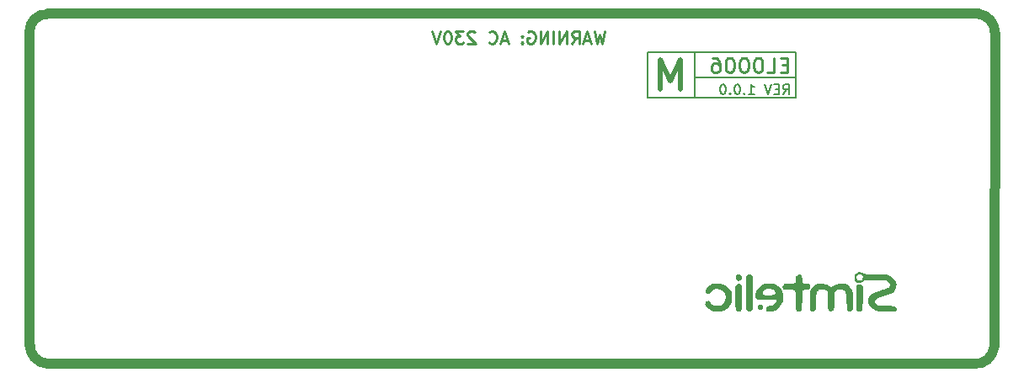
<source format=gbr>
%TF.GenerationSoftware,KiCad,Pcbnew,7.0.7-7.0.7~ubuntu22.04.1*%
%TF.CreationDate,2024-01-12T18:41:48+05:30*%
%TF.ProjectId,electronic-limit-sw,656c6563-7472-46f6-9e69-632d6c696d69,1.0.0*%
%TF.SameCoordinates,Original*%
%TF.FileFunction,Legend,Bot*%
%TF.FilePolarity,Positive*%
%FSLAX46Y46*%
G04 Gerber Fmt 4.6, Leading zero omitted, Abs format (unit mm)*
G04 Created by KiCad (PCBNEW 7.0.7-7.0.7~ubuntu22.04.1) date 2024-01-12 18:41:48*
%MOMM*%
%LPD*%
G01*
G04 APERTURE LIST*
%ADD10C,0.150000*%
%ADD11C,1.000000*%
%ADD12C,0.250000*%
%ADD13C,0.500000*%
G04 APERTURE END LIST*
D10*
X151590000Y-86270000D02*
X151590000Y-81670000D01*
D11*
X89470000Y-111180000D02*
X89470000Y-79790000D01*
X186558320Y-79832905D02*
G75*
G03*
X184858346Y-77832906I-1930820J81305D01*
G01*
X186500000Y-111200000D02*
X186558346Y-79832906D01*
X91350000Y-113030000D02*
X184310000Y-113030000D01*
D10*
X166490000Y-81670000D02*
X166490000Y-86270000D01*
X166490000Y-84270000D02*
X156390000Y-84270000D01*
X151590000Y-81670000D02*
X155290000Y-81670000D01*
X156390000Y-81670000D02*
X156390000Y-86270000D01*
X155290000Y-81670000D02*
X166490000Y-81670000D01*
X166490000Y-86270000D02*
X151590000Y-86270000D01*
D11*
X184467095Y-113058320D02*
G75*
G03*
X186467094Y-111358346I81305J1930820D01*
G01*
X91358346Y-77832906D02*
X184858346Y-77832906D01*
X91329999Y-77850034D02*
G75*
G03*
X89465865Y-79637704I-67899J-1794966D01*
G01*
X89518163Y-111079124D02*
G75*
G03*
X91268099Y-113019121I1845137J-94876D01*
G01*
D10*
X165247142Y-85924819D02*
X165580475Y-85448628D01*
X165818570Y-85924819D02*
X165818570Y-84924819D01*
X165818570Y-84924819D02*
X165437618Y-84924819D01*
X165437618Y-84924819D02*
X165342380Y-84972438D01*
X165342380Y-84972438D02*
X165294761Y-85020057D01*
X165294761Y-85020057D02*
X165247142Y-85115295D01*
X165247142Y-85115295D02*
X165247142Y-85258152D01*
X165247142Y-85258152D02*
X165294761Y-85353390D01*
X165294761Y-85353390D02*
X165342380Y-85401009D01*
X165342380Y-85401009D02*
X165437618Y-85448628D01*
X165437618Y-85448628D02*
X165818570Y-85448628D01*
X164818570Y-85401009D02*
X164485237Y-85401009D01*
X164342380Y-85924819D02*
X164818570Y-85924819D01*
X164818570Y-85924819D02*
X164818570Y-84924819D01*
X164818570Y-84924819D02*
X164342380Y-84924819D01*
X164056665Y-84924819D02*
X163723332Y-85924819D01*
X163723332Y-85924819D02*
X163389999Y-84924819D01*
X161770951Y-85924819D02*
X162342379Y-85924819D01*
X162056665Y-85924819D02*
X162056665Y-84924819D01*
X162056665Y-84924819D02*
X162151903Y-85067676D01*
X162151903Y-85067676D02*
X162247141Y-85162914D01*
X162247141Y-85162914D02*
X162342379Y-85210533D01*
X161342379Y-85829580D02*
X161294760Y-85877200D01*
X161294760Y-85877200D02*
X161342379Y-85924819D01*
X161342379Y-85924819D02*
X161389998Y-85877200D01*
X161389998Y-85877200D02*
X161342379Y-85829580D01*
X161342379Y-85829580D02*
X161342379Y-85924819D01*
X160675713Y-84924819D02*
X160580475Y-84924819D01*
X160580475Y-84924819D02*
X160485237Y-84972438D01*
X160485237Y-84972438D02*
X160437618Y-85020057D01*
X160437618Y-85020057D02*
X160389999Y-85115295D01*
X160389999Y-85115295D02*
X160342380Y-85305771D01*
X160342380Y-85305771D02*
X160342380Y-85543866D01*
X160342380Y-85543866D02*
X160389999Y-85734342D01*
X160389999Y-85734342D02*
X160437618Y-85829580D01*
X160437618Y-85829580D02*
X160485237Y-85877200D01*
X160485237Y-85877200D02*
X160580475Y-85924819D01*
X160580475Y-85924819D02*
X160675713Y-85924819D01*
X160675713Y-85924819D02*
X160770951Y-85877200D01*
X160770951Y-85877200D02*
X160818570Y-85829580D01*
X160818570Y-85829580D02*
X160866189Y-85734342D01*
X160866189Y-85734342D02*
X160913808Y-85543866D01*
X160913808Y-85543866D02*
X160913808Y-85305771D01*
X160913808Y-85305771D02*
X160866189Y-85115295D01*
X160866189Y-85115295D02*
X160818570Y-85020057D01*
X160818570Y-85020057D02*
X160770951Y-84972438D01*
X160770951Y-84972438D02*
X160675713Y-84924819D01*
X159913808Y-85829580D02*
X159866189Y-85877200D01*
X159866189Y-85877200D02*
X159913808Y-85924819D01*
X159913808Y-85924819D02*
X159961427Y-85877200D01*
X159961427Y-85877200D02*
X159913808Y-85829580D01*
X159913808Y-85829580D02*
X159913808Y-85924819D01*
X159247142Y-84924819D02*
X159151904Y-84924819D01*
X159151904Y-84924819D02*
X159056666Y-84972438D01*
X159056666Y-84972438D02*
X159009047Y-85020057D01*
X159009047Y-85020057D02*
X158961428Y-85115295D01*
X158961428Y-85115295D02*
X158913809Y-85305771D01*
X158913809Y-85305771D02*
X158913809Y-85543866D01*
X158913809Y-85543866D02*
X158961428Y-85734342D01*
X158961428Y-85734342D02*
X159009047Y-85829580D01*
X159009047Y-85829580D02*
X159056666Y-85877200D01*
X159056666Y-85877200D02*
X159151904Y-85924819D01*
X159151904Y-85924819D02*
X159247142Y-85924819D01*
X159247142Y-85924819D02*
X159342380Y-85877200D01*
X159342380Y-85877200D02*
X159389999Y-85829580D01*
X159389999Y-85829580D02*
X159437618Y-85734342D01*
X159437618Y-85734342D02*
X159485237Y-85543866D01*
X159485237Y-85543866D02*
X159485237Y-85305771D01*
X159485237Y-85305771D02*
X159437618Y-85115295D01*
X159437618Y-85115295D02*
X159389999Y-85020057D01*
X159389999Y-85020057D02*
X159342380Y-84972438D01*
X159342380Y-84972438D02*
X159247142Y-84924819D01*
D12*
X147344714Y-79579273D02*
X147047095Y-80829273D01*
X147047095Y-80829273D02*
X146809000Y-79936416D01*
X146809000Y-79936416D02*
X146570905Y-80829273D01*
X146570905Y-80829273D02*
X146273286Y-79579273D01*
X145856619Y-80472130D02*
X145261381Y-80472130D01*
X145975667Y-80829273D02*
X145559000Y-79579273D01*
X145559000Y-79579273D02*
X145142334Y-80829273D01*
X144011381Y-80829273D02*
X144428047Y-80234035D01*
X144725666Y-80829273D02*
X144725666Y-79579273D01*
X144725666Y-79579273D02*
X144249476Y-79579273D01*
X144249476Y-79579273D02*
X144130428Y-79638797D01*
X144130428Y-79638797D02*
X144070905Y-79698321D01*
X144070905Y-79698321D02*
X144011381Y-79817369D01*
X144011381Y-79817369D02*
X144011381Y-79995940D01*
X144011381Y-79995940D02*
X144070905Y-80114988D01*
X144070905Y-80114988D02*
X144130428Y-80174511D01*
X144130428Y-80174511D02*
X144249476Y-80234035D01*
X144249476Y-80234035D02*
X144725666Y-80234035D01*
X143475666Y-80829273D02*
X143475666Y-79579273D01*
X143475666Y-79579273D02*
X142761381Y-80829273D01*
X142761381Y-80829273D02*
X142761381Y-79579273D01*
X142166142Y-80829273D02*
X142166142Y-79579273D01*
X141570904Y-80829273D02*
X141570904Y-79579273D01*
X141570904Y-79579273D02*
X140856619Y-80829273D01*
X140856619Y-80829273D02*
X140856619Y-79579273D01*
X139606619Y-79638797D02*
X139725666Y-79579273D01*
X139725666Y-79579273D02*
X139904238Y-79579273D01*
X139904238Y-79579273D02*
X140082809Y-79638797D01*
X140082809Y-79638797D02*
X140201857Y-79757845D01*
X140201857Y-79757845D02*
X140261380Y-79876892D01*
X140261380Y-79876892D02*
X140320904Y-80114988D01*
X140320904Y-80114988D02*
X140320904Y-80293559D01*
X140320904Y-80293559D02*
X140261380Y-80531654D01*
X140261380Y-80531654D02*
X140201857Y-80650702D01*
X140201857Y-80650702D02*
X140082809Y-80769750D01*
X140082809Y-80769750D02*
X139904238Y-80829273D01*
X139904238Y-80829273D02*
X139785190Y-80829273D01*
X139785190Y-80829273D02*
X139606619Y-80769750D01*
X139606619Y-80769750D02*
X139547095Y-80710226D01*
X139547095Y-80710226D02*
X139547095Y-80293559D01*
X139547095Y-80293559D02*
X139785190Y-80293559D01*
X139011380Y-80710226D02*
X138951857Y-80769750D01*
X138951857Y-80769750D02*
X139011380Y-80829273D01*
X139011380Y-80829273D02*
X139070904Y-80769750D01*
X139070904Y-80769750D02*
X139011380Y-80710226D01*
X139011380Y-80710226D02*
X139011380Y-80829273D01*
X139011380Y-80055464D02*
X138951857Y-80114988D01*
X138951857Y-80114988D02*
X139011380Y-80174511D01*
X139011380Y-80174511D02*
X139070904Y-80114988D01*
X139070904Y-80114988D02*
X139011380Y-80055464D01*
X139011380Y-80055464D02*
X139011380Y-80174511D01*
X137523285Y-80472130D02*
X136928047Y-80472130D01*
X137642333Y-80829273D02*
X137225666Y-79579273D01*
X137225666Y-79579273D02*
X136809000Y-80829273D01*
X135678047Y-80710226D02*
X135737571Y-80769750D01*
X135737571Y-80769750D02*
X135916142Y-80829273D01*
X135916142Y-80829273D02*
X136035190Y-80829273D01*
X136035190Y-80829273D02*
X136213761Y-80769750D01*
X136213761Y-80769750D02*
X136332809Y-80650702D01*
X136332809Y-80650702D02*
X136392332Y-80531654D01*
X136392332Y-80531654D02*
X136451856Y-80293559D01*
X136451856Y-80293559D02*
X136451856Y-80114988D01*
X136451856Y-80114988D02*
X136392332Y-79876892D01*
X136392332Y-79876892D02*
X136332809Y-79757845D01*
X136332809Y-79757845D02*
X136213761Y-79638797D01*
X136213761Y-79638797D02*
X136035190Y-79579273D01*
X136035190Y-79579273D02*
X135916142Y-79579273D01*
X135916142Y-79579273D02*
X135737571Y-79638797D01*
X135737571Y-79638797D02*
X135678047Y-79698321D01*
X134249475Y-79698321D02*
X134189951Y-79638797D01*
X134189951Y-79638797D02*
X134070904Y-79579273D01*
X134070904Y-79579273D02*
X133773285Y-79579273D01*
X133773285Y-79579273D02*
X133654237Y-79638797D01*
X133654237Y-79638797D02*
X133594713Y-79698321D01*
X133594713Y-79698321D02*
X133535190Y-79817369D01*
X133535190Y-79817369D02*
X133535190Y-79936416D01*
X133535190Y-79936416D02*
X133594713Y-80114988D01*
X133594713Y-80114988D02*
X134308999Y-80829273D01*
X134308999Y-80829273D02*
X133535190Y-80829273D01*
X133118523Y-79579273D02*
X132344714Y-79579273D01*
X132344714Y-79579273D02*
X132761380Y-80055464D01*
X132761380Y-80055464D02*
X132582809Y-80055464D01*
X132582809Y-80055464D02*
X132463761Y-80114988D01*
X132463761Y-80114988D02*
X132404237Y-80174511D01*
X132404237Y-80174511D02*
X132344714Y-80293559D01*
X132344714Y-80293559D02*
X132344714Y-80591178D01*
X132344714Y-80591178D02*
X132404237Y-80710226D01*
X132404237Y-80710226D02*
X132463761Y-80769750D01*
X132463761Y-80769750D02*
X132582809Y-80829273D01*
X132582809Y-80829273D02*
X132939952Y-80829273D01*
X132939952Y-80829273D02*
X133058999Y-80769750D01*
X133058999Y-80769750D02*
X133118523Y-80710226D01*
X131570904Y-79579273D02*
X131451857Y-79579273D01*
X131451857Y-79579273D02*
X131332809Y-79638797D01*
X131332809Y-79638797D02*
X131273285Y-79698321D01*
X131273285Y-79698321D02*
X131213761Y-79817369D01*
X131213761Y-79817369D02*
X131154238Y-80055464D01*
X131154238Y-80055464D02*
X131154238Y-80353083D01*
X131154238Y-80353083D02*
X131213761Y-80591178D01*
X131213761Y-80591178D02*
X131273285Y-80710226D01*
X131273285Y-80710226D02*
X131332809Y-80769750D01*
X131332809Y-80769750D02*
X131451857Y-80829273D01*
X131451857Y-80829273D02*
X131570904Y-80829273D01*
X131570904Y-80829273D02*
X131689952Y-80769750D01*
X131689952Y-80769750D02*
X131749476Y-80710226D01*
X131749476Y-80710226D02*
X131808999Y-80591178D01*
X131808999Y-80591178D02*
X131868523Y-80353083D01*
X131868523Y-80353083D02*
X131868523Y-80055464D01*
X131868523Y-80055464D02*
X131808999Y-79817369D01*
X131808999Y-79817369D02*
X131749476Y-79698321D01*
X131749476Y-79698321D02*
X131689952Y-79638797D01*
X131689952Y-79638797D02*
X131570904Y-79579273D01*
X130797095Y-79579273D02*
X130380428Y-80829273D01*
X130380428Y-80829273D02*
X129963762Y-79579273D01*
D13*
X154889999Y-85431857D02*
X154889999Y-82431857D01*
X154889999Y-82431857D02*
X153889999Y-84574714D01*
X153889999Y-84574714D02*
X152889999Y-82431857D01*
X152889999Y-82431857D02*
X152889999Y-85431857D01*
D12*
X165675713Y-82965214D02*
X165175713Y-82965214D01*
X164961427Y-83750928D02*
X165675713Y-83750928D01*
X165675713Y-83750928D02*
X165675713Y-82250928D01*
X165675713Y-82250928D02*
X164961427Y-82250928D01*
X163604284Y-83750928D02*
X164318570Y-83750928D01*
X164318570Y-83750928D02*
X164318570Y-82250928D01*
X162818569Y-82250928D02*
X162675712Y-82250928D01*
X162675712Y-82250928D02*
X162532855Y-82322357D01*
X162532855Y-82322357D02*
X162461427Y-82393785D01*
X162461427Y-82393785D02*
X162389998Y-82536642D01*
X162389998Y-82536642D02*
X162318569Y-82822357D01*
X162318569Y-82822357D02*
X162318569Y-83179500D01*
X162318569Y-83179500D02*
X162389998Y-83465214D01*
X162389998Y-83465214D02*
X162461427Y-83608071D01*
X162461427Y-83608071D02*
X162532855Y-83679500D01*
X162532855Y-83679500D02*
X162675712Y-83750928D01*
X162675712Y-83750928D02*
X162818569Y-83750928D01*
X162818569Y-83750928D02*
X162961427Y-83679500D01*
X162961427Y-83679500D02*
X163032855Y-83608071D01*
X163032855Y-83608071D02*
X163104284Y-83465214D01*
X163104284Y-83465214D02*
X163175712Y-83179500D01*
X163175712Y-83179500D02*
X163175712Y-82822357D01*
X163175712Y-82822357D02*
X163104284Y-82536642D01*
X163104284Y-82536642D02*
X163032855Y-82393785D01*
X163032855Y-82393785D02*
X162961427Y-82322357D01*
X162961427Y-82322357D02*
X162818569Y-82250928D01*
X161389998Y-82250928D02*
X161247141Y-82250928D01*
X161247141Y-82250928D02*
X161104284Y-82322357D01*
X161104284Y-82322357D02*
X161032856Y-82393785D01*
X161032856Y-82393785D02*
X160961427Y-82536642D01*
X160961427Y-82536642D02*
X160889998Y-82822357D01*
X160889998Y-82822357D02*
X160889998Y-83179500D01*
X160889998Y-83179500D02*
X160961427Y-83465214D01*
X160961427Y-83465214D02*
X161032856Y-83608071D01*
X161032856Y-83608071D02*
X161104284Y-83679500D01*
X161104284Y-83679500D02*
X161247141Y-83750928D01*
X161247141Y-83750928D02*
X161389998Y-83750928D01*
X161389998Y-83750928D02*
X161532856Y-83679500D01*
X161532856Y-83679500D02*
X161604284Y-83608071D01*
X161604284Y-83608071D02*
X161675713Y-83465214D01*
X161675713Y-83465214D02*
X161747141Y-83179500D01*
X161747141Y-83179500D02*
X161747141Y-82822357D01*
X161747141Y-82822357D02*
X161675713Y-82536642D01*
X161675713Y-82536642D02*
X161604284Y-82393785D01*
X161604284Y-82393785D02*
X161532856Y-82322357D01*
X161532856Y-82322357D02*
X161389998Y-82250928D01*
X159961427Y-82250928D02*
X159818570Y-82250928D01*
X159818570Y-82250928D02*
X159675713Y-82322357D01*
X159675713Y-82322357D02*
X159604285Y-82393785D01*
X159604285Y-82393785D02*
X159532856Y-82536642D01*
X159532856Y-82536642D02*
X159461427Y-82822357D01*
X159461427Y-82822357D02*
X159461427Y-83179500D01*
X159461427Y-83179500D02*
X159532856Y-83465214D01*
X159532856Y-83465214D02*
X159604285Y-83608071D01*
X159604285Y-83608071D02*
X159675713Y-83679500D01*
X159675713Y-83679500D02*
X159818570Y-83750928D01*
X159818570Y-83750928D02*
X159961427Y-83750928D01*
X159961427Y-83750928D02*
X160104285Y-83679500D01*
X160104285Y-83679500D02*
X160175713Y-83608071D01*
X160175713Y-83608071D02*
X160247142Y-83465214D01*
X160247142Y-83465214D02*
X160318570Y-83179500D01*
X160318570Y-83179500D02*
X160318570Y-82822357D01*
X160318570Y-82822357D02*
X160247142Y-82536642D01*
X160247142Y-82536642D02*
X160175713Y-82393785D01*
X160175713Y-82393785D02*
X160104285Y-82322357D01*
X160104285Y-82322357D02*
X159961427Y-82250928D01*
X158175714Y-82250928D02*
X158461428Y-82250928D01*
X158461428Y-82250928D02*
X158604285Y-82322357D01*
X158604285Y-82322357D02*
X158675714Y-82393785D01*
X158675714Y-82393785D02*
X158818571Y-82608071D01*
X158818571Y-82608071D02*
X158889999Y-82893785D01*
X158889999Y-82893785D02*
X158889999Y-83465214D01*
X158889999Y-83465214D02*
X158818571Y-83608071D01*
X158818571Y-83608071D02*
X158747142Y-83679500D01*
X158747142Y-83679500D02*
X158604285Y-83750928D01*
X158604285Y-83750928D02*
X158318571Y-83750928D01*
X158318571Y-83750928D02*
X158175714Y-83679500D01*
X158175714Y-83679500D02*
X158104285Y-83608071D01*
X158104285Y-83608071D02*
X158032856Y-83465214D01*
X158032856Y-83465214D02*
X158032856Y-83108071D01*
X158032856Y-83108071D02*
X158104285Y-82965214D01*
X158104285Y-82965214D02*
X158175714Y-82893785D01*
X158175714Y-82893785D02*
X158318571Y-82822357D01*
X158318571Y-82822357D02*
X158604285Y-82822357D01*
X158604285Y-82822357D02*
X158747142Y-82893785D01*
X158747142Y-82893785D02*
X158818571Y-82965214D01*
X158818571Y-82965214D02*
X158889999Y-83108071D01*
%TO.C,LG1*%
G36*
X163104415Y-107130716D02*
G01*
X163194819Y-107217457D01*
X163230019Y-107340062D01*
X163226531Y-107401421D01*
X163185561Y-107509809D01*
X163081261Y-107591581D01*
X163006593Y-107618198D01*
X162873870Y-107600470D01*
X162750421Y-107506435D01*
X162702485Y-107437315D01*
X162681669Y-107316044D01*
X162742169Y-107182860D01*
X162754342Y-107166985D01*
X162858941Y-107097348D01*
X162984045Y-107087969D01*
X163104415Y-107130716D01*
G37*
G36*
X160886635Y-104049334D02*
G01*
X160998002Y-104120777D01*
X161074068Y-104230277D01*
X161104161Y-104360013D01*
X161077608Y-104492167D01*
X160983739Y-104608919D01*
X160879765Y-104676730D01*
X160779132Y-104691693D01*
X160652877Y-104649168D01*
X160538869Y-104557217D01*
X160481853Y-104427132D01*
X160482414Y-104284362D01*
X160540429Y-104154034D01*
X160655774Y-104061277D01*
X160750637Y-104033766D01*
X160886635Y-104049334D01*
G37*
G36*
X161951989Y-104040878D02*
G01*
X162081351Y-104139153D01*
X162206135Y-104263937D01*
X162206135Y-105914034D01*
X162206135Y-107564131D01*
X162081351Y-107688914D01*
X162043982Y-107724069D01*
X161918583Y-107800000D01*
X161797351Y-107795255D01*
X161664230Y-107710671D01*
X161544454Y-107607645D01*
X161544454Y-105914034D01*
X161544454Y-104220423D01*
X161664230Y-104117396D01*
X161702963Y-104086211D01*
X161831212Y-104023510D01*
X161951989Y-104040878D01*
G37*
G36*
X160983739Y-105084695D02*
G01*
X161096219Y-105173172D01*
X161096219Y-106401440D01*
X161096172Y-106546694D01*
X161095425Y-106875589D01*
X161093333Y-107132330D01*
X161089343Y-107326512D01*
X161082899Y-107467727D01*
X161073448Y-107565569D01*
X161060437Y-107629631D01*
X161043309Y-107669507D01*
X161021513Y-107694788D01*
X160966526Y-107736729D01*
X160882773Y-107783412D01*
X160818399Y-107803823D01*
X160748985Y-107803199D01*
X160654700Y-107766301D01*
X160605419Y-107740137D01*
X160559454Y-107700535D01*
X160523955Y-107641831D01*
X160497585Y-107554558D01*
X160479007Y-107429250D01*
X160466885Y-107256439D01*
X160459881Y-107026659D01*
X160456660Y-106730441D01*
X160455883Y-106358320D01*
X160455883Y-105205783D01*
X160560665Y-105101001D01*
X160689289Y-105015446D01*
X160833661Y-105007697D01*
X160983739Y-105084695D01*
G37*
G36*
X172946305Y-104996280D02*
G01*
X173053783Y-105028201D01*
X173157823Y-105101001D01*
X173262605Y-105205783D01*
X173262605Y-106384480D01*
X173262426Y-106517701D01*
X173259620Y-106888792D01*
X173253534Y-107191661D01*
X173244320Y-107422031D01*
X173232132Y-107575622D01*
X173217126Y-107648156D01*
X173173542Y-107704257D01*
X173078386Y-107770711D01*
X173014177Y-107794259D01*
X172950990Y-107810992D01*
X172900428Y-107801577D01*
X172800010Y-107752834D01*
X172703377Y-107684130D01*
X172648787Y-107619684D01*
X172648433Y-107618658D01*
X172641487Y-107555199D01*
X172635239Y-107418721D01*
X172629942Y-107221001D01*
X172625847Y-106973818D01*
X172623206Y-106688952D01*
X172622269Y-106378182D01*
X172622269Y-105205783D01*
X172727052Y-105101001D01*
X172730723Y-105097395D01*
X172835997Y-105025815D01*
X172942437Y-104996219D01*
X172946305Y-104996280D01*
G37*
G36*
X158671072Y-104953615D02*
G01*
X158994481Y-104977898D01*
X159265172Y-105051032D01*
X159504468Y-105181331D01*
X159733690Y-105377112D01*
X159846624Y-105498044D01*
X159970322Y-105669621D01*
X160049779Y-105848321D01*
X160088371Y-105994963D01*
X160122557Y-106290400D01*
X160111262Y-106592763D01*
X160054310Y-106862573D01*
X159985270Y-107023655D01*
X159812110Y-107273536D01*
X159580388Y-107487976D01*
X159306200Y-107653267D01*
X159005639Y-107755703D01*
X158952899Y-107766921D01*
X158786754Y-107797390D01*
X158655021Y-107807140D01*
X158519326Y-107796831D01*
X158341296Y-107767122D01*
X158295518Y-107758208D01*
X158028435Y-107680393D01*
X157812930Y-107561473D01*
X157622914Y-107387667D01*
X157550644Y-107303595D01*
X157446146Y-107148769D01*
X157406223Y-107017435D01*
X157425158Y-106895358D01*
X157484172Y-106798554D01*
X157597367Y-106726222D01*
X157731166Y-106716588D01*
X157863995Y-106769990D01*
X157974281Y-106886765D01*
X157998923Y-106923615D01*
X158163469Y-107081733D01*
X158381024Y-107181384D01*
X158638438Y-107216051D01*
X158689704Y-107214945D01*
X158957489Y-107166969D01*
X159175280Y-107052129D01*
X159337611Y-106876010D01*
X159439017Y-106644195D01*
X159474034Y-106362269D01*
X159472991Y-106310940D01*
X159426214Y-106037407D01*
X159314029Y-105814640D01*
X159142051Y-105648393D01*
X158915895Y-105544423D01*
X158641178Y-105508488D01*
X158635761Y-105508495D01*
X158448513Y-105522383D01*
X158295346Y-105571343D01*
X158150130Y-105668014D01*
X157986741Y-105825031D01*
X157937929Y-105874421D01*
X157802788Y-105983363D01*
X157698590Y-106020756D01*
X157668841Y-106018894D01*
X157544432Y-105965114D01*
X157457597Y-105851544D01*
X157424958Y-105697804D01*
X157429657Y-105632017D01*
X157459397Y-105545641D01*
X157528218Y-105449461D01*
X157649438Y-105321128D01*
X157709675Y-105263256D01*
X157901323Y-105115394D01*
X158106614Y-105019977D01*
X158347917Y-104968769D01*
X158647600Y-104953530D01*
X158671072Y-104953615D01*
G37*
G36*
X165202603Y-105865076D02*
G01*
X165235789Y-105990105D01*
X165251857Y-106138699D01*
X165256648Y-106341678D01*
X165256476Y-106453699D01*
X165249588Y-106616466D01*
X165228561Y-106742642D01*
X165186808Y-106864050D01*
X165117737Y-107012511D01*
X165112962Y-107022147D01*
X164942761Y-107292359D01*
X164728912Y-107499373D01*
X164460634Y-107651285D01*
X164127143Y-107756190D01*
X164024145Y-107776602D01*
X163801197Y-107791576D01*
X163642357Y-107752077D01*
X163548439Y-107658434D01*
X163520255Y-107510975D01*
X163535980Y-107402276D01*
X163592538Y-107315484D01*
X163704522Y-107257693D01*
X163886832Y-107216949D01*
X164125945Y-107155303D01*
X164350730Y-107032529D01*
X164509193Y-106856675D01*
X164558541Y-106776084D01*
X164592770Y-106708382D01*
X164599362Y-106657947D01*
X164570070Y-106622239D01*
X164496643Y-106598718D01*
X164370834Y-106584844D01*
X164184394Y-106578079D01*
X163929075Y-106575882D01*
X163596628Y-106575714D01*
X162596533Y-106575714D01*
X162505769Y-106460326D01*
X162470659Y-106410595D01*
X162434283Y-106307974D01*
X162441575Y-106172175D01*
X162454775Y-106095483D01*
X162535516Y-105822058D01*
X163226787Y-105822058D01*
X163236980Y-105959019D01*
X163315444Y-106071538D01*
X163323691Y-106077985D01*
X163388250Y-106113252D01*
X163479992Y-106134441D01*
X163618255Y-106144389D01*
X163822377Y-106145934D01*
X164016966Y-106141082D01*
X164208364Y-106122507D01*
X164336723Y-106086504D01*
X164414376Y-106029178D01*
X164453657Y-105946637D01*
X164462556Y-105855214D01*
X164418995Y-105722379D01*
X164316290Y-105613791D01*
X164169476Y-105533030D01*
X163993590Y-105483675D01*
X163803668Y-105469309D01*
X163614746Y-105493510D01*
X163441858Y-105559859D01*
X163300042Y-105671937D01*
X163285954Y-105688902D01*
X163226787Y-105822058D01*
X162535516Y-105822058D01*
X162556944Y-105749493D01*
X162720335Y-105462663D01*
X162945697Y-105233946D01*
X163233776Y-105062295D01*
X163339514Y-105016800D01*
X163452616Y-104978753D01*
X163566329Y-104959727D01*
X163708827Y-104955533D01*
X163908284Y-104961981D01*
X164049238Y-104969830D01*
X164238428Y-104990422D01*
X164381342Y-105024016D01*
X164502596Y-105075306D01*
X164710779Y-105205757D01*
X164957625Y-105437995D01*
X165137943Y-105715044D01*
X165146462Y-105732793D01*
X165198418Y-105855214D01*
X165202603Y-105865076D01*
G37*
G36*
X167031819Y-104088285D02*
G01*
X167108929Y-104167306D01*
X167147526Y-104291906D01*
X167158068Y-104481067D01*
X167163725Y-104649870D01*
X167193256Y-104802651D01*
X167257705Y-104895451D01*
X167367736Y-104941716D01*
X167534018Y-104954887D01*
X167635885Y-104959705D01*
X167766155Y-104979180D01*
X167844792Y-105008249D01*
X167925461Y-105093723D01*
X167986482Y-105225229D01*
X167987820Y-105350016D01*
X167955629Y-105434497D01*
X167879999Y-105530607D01*
X167760594Y-105579944D01*
X167578342Y-105593866D01*
X167470017Y-105594707D01*
X167366741Y-105603371D01*
X167289218Y-105629540D01*
X167233755Y-105682912D01*
X167196658Y-105773182D01*
X167174235Y-105910047D01*
X167162791Y-106103202D01*
X167158633Y-106362342D01*
X167158068Y-106697165D01*
X167158050Y-106786790D01*
X167157088Y-107085325D01*
X167153084Y-107312250D01*
X167143884Y-107478520D01*
X167127336Y-107595089D01*
X167101288Y-107672909D01*
X167063588Y-107722934D01*
X167012084Y-107756117D01*
X166944622Y-107783412D01*
X166880248Y-107803823D01*
X166810834Y-107803199D01*
X166716548Y-107766301D01*
X166674967Y-107744639D01*
X166622150Y-107701044D01*
X166582536Y-107636168D01*
X166554272Y-107539331D01*
X166535510Y-107399856D01*
X166524400Y-107207064D01*
X166519090Y-106950277D01*
X166517731Y-106618815D01*
X166517732Y-106611594D01*
X166518231Y-106291348D01*
X166515238Y-106046222D01*
X166502207Y-105866219D01*
X166472589Y-105741340D01*
X166419838Y-105661587D01*
X166337406Y-105616961D01*
X166218746Y-105597465D01*
X166057311Y-105593099D01*
X165846552Y-105593866D01*
X165843183Y-105593865D01*
X165629940Y-105592174D01*
X165484393Y-105585413D01*
X165389124Y-105570961D01*
X165326714Y-105546194D01*
X165279748Y-105508488D01*
X165234290Y-105449239D01*
X165192705Y-105307039D01*
X165217489Y-105161014D01*
X165306850Y-105042006D01*
X165311503Y-105038381D01*
X165370218Y-105000862D01*
X165442114Y-104976232D01*
X165545234Y-104961876D01*
X165697617Y-104955180D01*
X165917304Y-104953530D01*
X165995056Y-104953187D01*
X166235554Y-104945789D01*
X166393005Y-104928800D01*
X166466505Y-104902303D01*
X166491135Y-104845219D01*
X166511129Y-104719242D01*
X166519089Y-104550118D01*
X166526308Y-104393028D01*
X166545415Y-104258197D01*
X166572450Y-104181427D01*
X166657924Y-104100758D01*
X166789431Y-104039737D01*
X166914218Y-104038399D01*
X167031819Y-104088285D01*
G37*
G36*
X171496864Y-104997409D02*
G01*
X171753921Y-105105002D01*
X171971199Y-105279152D01*
X172140536Y-105518760D01*
X172172744Y-105581484D01*
X172204152Y-105652379D01*
X172227205Y-105727521D01*
X172243501Y-105820433D01*
X172254636Y-105944633D01*
X172262210Y-106113642D01*
X172267819Y-106340981D01*
X172273061Y-106640168D01*
X172276229Y-106839683D01*
X172279203Y-107091040D01*
X172278908Y-107277026D01*
X172274413Y-107409860D01*
X172264787Y-107501760D01*
X172249099Y-107564944D01*
X172226419Y-107611629D01*
X172195816Y-107654034D01*
X172172488Y-107680283D01*
X172041747Y-107757876D01*
X171889025Y-107769221D01*
X171744630Y-107710524D01*
X171718498Y-107686621D01*
X171695794Y-107646583D01*
X171678779Y-107581073D01*
X171666027Y-107478110D01*
X171656109Y-107325717D01*
X171647599Y-107111915D01*
X171639068Y-106824725D01*
X171638316Y-106797797D01*
X171626478Y-106468888D01*
X171610199Y-106213259D01*
X171586957Y-106019643D01*
X171554231Y-105876776D01*
X171509500Y-105773390D01*
X171450242Y-105698219D01*
X171373937Y-105639999D01*
X171286412Y-105595435D01*
X171083567Y-105545284D01*
X170871080Y-105548445D01*
X170675925Y-105602812D01*
X170525077Y-105706278D01*
X170497649Y-105737099D01*
X170470685Y-105778098D01*
X170450551Y-105832943D01*
X170435820Y-105913553D01*
X170425068Y-106031847D01*
X170416871Y-106199744D01*
X170409802Y-106429163D01*
X170402437Y-106732024D01*
X170399695Y-106847816D01*
X170392266Y-107124956D01*
X170384487Y-107331977D01*
X170375153Y-107480171D01*
X170363063Y-107580830D01*
X170347014Y-107645247D01*
X170325803Y-107684713D01*
X170298228Y-107710522D01*
X170265582Y-107731335D01*
X170118119Y-107772283D01*
X169969291Y-107746795D01*
X169850578Y-107658529D01*
X169844396Y-107650553D01*
X169815627Y-107606575D01*
X169794455Y-107552743D01*
X169779725Y-107476469D01*
X169770280Y-107365166D01*
X169764966Y-107206248D01*
X169762625Y-106987127D01*
X169762101Y-106695218D01*
X169760505Y-106444277D01*
X169754811Y-106185370D01*
X169745498Y-105977849D01*
X169733098Y-105833037D01*
X169718147Y-105762257D01*
X169667599Y-105699504D01*
X169534128Y-105617333D01*
X169359255Y-105563208D01*
X169168562Y-105541493D01*
X168987630Y-105556554D01*
X168842041Y-105612756D01*
X168789859Y-105648655D01*
X168720746Y-105708519D01*
X168668965Y-105780586D01*
X168631567Y-105877051D01*
X168605601Y-106010112D01*
X168588119Y-106191962D01*
X168576171Y-106434798D01*
X168566807Y-106750816D01*
X168560689Y-106976505D01*
X168552413Y-107213220D01*
X168542810Y-107385926D01*
X168530531Y-107506856D01*
X168514226Y-107588242D01*
X168492546Y-107642317D01*
X168464140Y-107681314D01*
X168416335Y-107721533D01*
X168281603Y-107767935D01*
X168135069Y-107756079D01*
X168011849Y-107685630D01*
X167998190Y-107671198D01*
X167973119Y-107635081D01*
X167954698Y-107583981D01*
X167941928Y-107506166D01*
X167933813Y-107389903D01*
X167929353Y-107223461D01*
X167927551Y-106995107D01*
X167927408Y-106693109D01*
X167927443Y-106663250D01*
X167928560Y-106363372D01*
X167931729Y-106134525D01*
X167938007Y-105963511D01*
X167948448Y-105837134D01*
X167964107Y-105742199D01*
X167986041Y-105665508D01*
X168015303Y-105593866D01*
X168078395Y-105471908D01*
X168260979Y-105240792D01*
X168502773Y-105068976D01*
X168554992Y-105043677D01*
X168675966Y-105004298D01*
X168827354Y-104983585D01*
X169036387Y-104976835D01*
X169079960Y-104976803D01*
X169320122Y-104988666D01*
X169513007Y-105028119D01*
X169690147Y-105104480D01*
X169883072Y-105227068D01*
X170068075Y-105357340D01*
X170224584Y-105260484D01*
X170234111Y-105254618D01*
X170568653Y-105084977D01*
X170896067Y-104986296D01*
X171208192Y-104957473D01*
X171496864Y-104997409D01*
G37*
G36*
X176275182Y-104349550D02*
G01*
X176469782Y-104549853D01*
X176597673Y-104786505D01*
X176653106Y-105052566D01*
X176630333Y-105341097D01*
X176605731Y-105435352D01*
X176529865Y-105606514D01*
X176412528Y-105753094D01*
X176244974Y-105881066D01*
X176018452Y-105996405D01*
X175724214Y-106105087D01*
X175353511Y-106213086D01*
X175218287Y-106249835D01*
X174957370Y-106328195D01*
X174766292Y-106401082D01*
X174635063Y-106474990D01*
X174553696Y-106556418D01*
X174512201Y-106651860D01*
X174500589Y-106767815D01*
X174523320Y-106909625D01*
X174609870Y-107033972D01*
X174770840Y-107133364D01*
X174831832Y-107158052D01*
X174919282Y-107182030D01*
X175030548Y-107198312D01*
X175181015Y-107208311D01*
X175386066Y-107213441D01*
X175661087Y-107215113D01*
X175826222Y-107216431D01*
X176059033Y-107222151D01*
X176257554Y-107231573D01*
X176404758Y-107243810D01*
X176483617Y-107257974D01*
X176581528Y-107325754D01*
X176641679Y-107440540D01*
X176648090Y-107570474D01*
X176600069Y-107688972D01*
X176496924Y-107769449D01*
X176482792Y-107774018D01*
X176376740Y-107790068D01*
X176208445Y-107801313D01*
X175996457Y-107807762D01*
X175759322Y-107809428D01*
X175515589Y-107806322D01*
X175283805Y-107798456D01*
X175082519Y-107785840D01*
X174930279Y-107768486D01*
X174897048Y-107762883D01*
X174559759Y-107675867D01*
X174289503Y-107543316D01*
X174079604Y-107362040D01*
X174038889Y-107313048D01*
X173896449Y-107072461D01*
X173826242Y-106815913D01*
X173828589Y-106558248D01*
X173903814Y-106314307D01*
X174052236Y-106098932D01*
X174066390Y-106084321D01*
X174185355Y-105985523D01*
X174342001Y-105895024D01*
X174548045Y-105807764D01*
X174815199Y-105718687D01*
X175155179Y-105622734D01*
X175182354Y-105615445D01*
X175396050Y-105553630D01*
X175586174Y-105491255D01*
X175732927Y-105435216D01*
X175816508Y-105392409D01*
X175883169Y-105331905D01*
X175965317Y-105185908D01*
X175972668Y-105025233D01*
X175906368Y-104865563D01*
X175767562Y-104722579D01*
X175760384Y-104717328D01*
X175718477Y-104690946D01*
X175667735Y-104670503D01*
X175597221Y-104655072D01*
X175496003Y-104643727D01*
X175353146Y-104635540D01*
X175157715Y-104629584D01*
X174898776Y-104624933D01*
X174565395Y-104620658D01*
X173483648Y-104607955D01*
X173323319Y-104748725D01*
X173293336Y-104774544D01*
X173188517Y-104848350D01*
X173081904Y-104881696D01*
X172932039Y-104889496D01*
X172842430Y-104887982D01*
X172732867Y-104871619D01*
X172649510Y-104824244D01*
X172554955Y-104730039D01*
X172544203Y-104718227D01*
X172457421Y-104606992D01*
X172418080Y-104501024D01*
X172411711Y-104401160D01*
X172625654Y-104401160D01*
X172676376Y-104532616D01*
X172791524Y-104632585D01*
X172835512Y-104654955D01*
X172924729Y-104688986D01*
X172998945Y-104680953D01*
X173101979Y-104630573D01*
X173178704Y-104572006D01*
X173248958Y-104447983D01*
X173256142Y-104307488D01*
X173201025Y-104174886D01*
X173084379Y-104074541D01*
X172990564Y-104033065D01*
X172912120Y-104031085D01*
X172808639Y-104072539D01*
X172714590Y-104138567D01*
X172638634Y-104261912D01*
X172625654Y-104401160D01*
X172411711Y-104401160D01*
X172408824Y-104355882D01*
X172408878Y-104340026D01*
X172420135Y-104200240D01*
X172463042Y-104095621D01*
X172554955Y-103981726D01*
X172610089Y-103923690D01*
X172694598Y-103856589D01*
X172788444Y-103828160D01*
X172929528Y-103822269D01*
X173023870Y-103825348D01*
X173166726Y-103853296D01*
X173280078Y-103918319D01*
X173317334Y-103945875D01*
X173362835Y-103970482D01*
X173422339Y-103988372D01*
X173507742Y-104000619D01*
X173630941Y-104008300D01*
X173803829Y-104012489D01*
X174038304Y-104014261D01*
X174346262Y-104014692D01*
X174429820Y-104014885D01*
X174723763Y-104018040D01*
X175001934Y-104024575D01*
X175246934Y-104033870D01*
X175441361Y-104045306D01*
X175567815Y-104058260D01*
X175708845Y-104085754D01*
X176019620Y-104192537D01*
X176206720Y-104307488D01*
X176275182Y-104349550D01*
G37*
%TD*%
M02*

</source>
